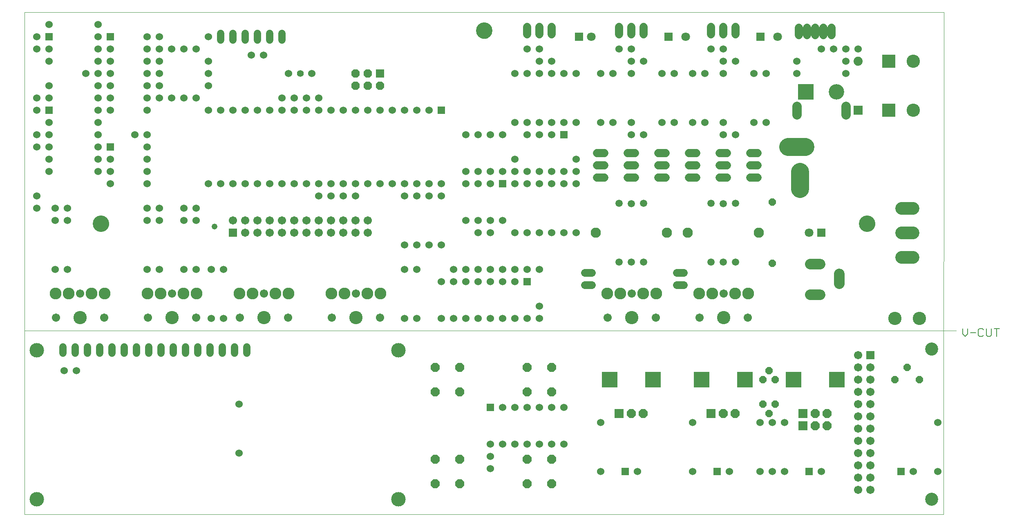
<source format=gbs>
G75*
%MOIN*%
%OFA0B0*%
%FSLAX24Y24*%
%IPPOS*%
%LPD*%
%AMOC8*
5,1,8,0,0,1.08239X$1,22.5*
%
%ADD10C,0.0000*%
%ADD11C,0.1340*%
%ADD12C,0.1064*%
%ADD13C,0.0060*%
%ADD14C,0.0600*%
%ADD15R,0.1080X0.1080*%
%ADD16C,0.1080*%
%ADD17C,0.0740*%
%ADD18R,0.0740X0.0740*%
%ADD19R,0.0600X0.0600*%
%ADD20C,0.1480*%
%ADD21C,0.0050*%
%ADD22C,0.0867*%
%ADD23C,0.0680*%
%ADD24OC8,0.0600*%
%ADD25C,0.0595*%
%ADD26C,0.1182*%
%ADD27C,0.0966*%
%ADD28C,0.0671*%
%ADD29C,0.1025*%
%ADD30R,0.0730X0.0730*%
%ADD31OC8,0.0730*%
%ADD32R,0.1307X0.1307*%
%ADD33OC8,0.0740*%
%ADD34C,0.0710*%
%ADD35R,0.0710X0.0710*%
%ADD36C,0.0592*%
%ADD37C,0.0828*%
%ADD38C,0.0640*%
%ADD39C,0.0780*%
%ADD40R,0.0674X0.0674*%
%ADD41C,0.0674*%
%ADD42C,0.0600*%
%ADD43OC8,0.0674*%
%ADD44C,0.0555*%
%ADD45C,0.1261*%
%ADD46R,0.1261X0.1261*%
%ADD47C,0.0476*%
D10*
X000500Y000250D02*
X000500Y015250D01*
X076500Y015250D01*
X074008Y013750D02*
X074010Y013794D01*
X074016Y013838D01*
X074026Y013881D01*
X074039Y013923D01*
X074057Y013963D01*
X074078Y014002D01*
X074102Y014039D01*
X074129Y014074D01*
X074160Y014106D01*
X074193Y014135D01*
X074229Y014161D01*
X074267Y014183D01*
X074307Y014202D01*
X074348Y014218D01*
X074391Y014230D01*
X074434Y014238D01*
X074478Y014242D01*
X074522Y014242D01*
X074566Y014238D01*
X074609Y014230D01*
X074652Y014218D01*
X074693Y014202D01*
X074733Y014183D01*
X074771Y014161D01*
X074807Y014135D01*
X074840Y014106D01*
X074871Y014074D01*
X074898Y014039D01*
X074922Y014002D01*
X074943Y013963D01*
X074961Y013923D01*
X074974Y013881D01*
X074984Y013838D01*
X074990Y013794D01*
X074992Y013750D01*
X074990Y013706D01*
X074984Y013662D01*
X074974Y013619D01*
X074961Y013577D01*
X074943Y013537D01*
X074922Y013498D01*
X074898Y013461D01*
X074871Y013426D01*
X074840Y013394D01*
X074807Y013365D01*
X074771Y013339D01*
X074733Y013317D01*
X074693Y013298D01*
X074652Y013282D01*
X074609Y013270D01*
X074566Y013262D01*
X074522Y013258D01*
X074478Y013258D01*
X074434Y013262D01*
X074391Y013270D01*
X074348Y013282D01*
X074307Y013298D01*
X074267Y013317D01*
X074229Y013339D01*
X074193Y013365D01*
X074160Y013394D01*
X074129Y013426D01*
X074102Y013461D01*
X074078Y013498D01*
X074057Y013537D01*
X074039Y013577D01*
X074026Y013619D01*
X074016Y013662D01*
X074010Y013706D01*
X074008Y013750D01*
X059213Y016313D02*
X059215Y016347D01*
X059221Y016381D01*
X059231Y016414D01*
X059244Y016445D01*
X059262Y016475D01*
X059282Y016503D01*
X059306Y016528D01*
X059332Y016550D01*
X059360Y016568D01*
X059391Y016584D01*
X059423Y016596D01*
X059457Y016604D01*
X059491Y016608D01*
X059525Y016608D01*
X059559Y016604D01*
X059593Y016596D01*
X059625Y016584D01*
X059655Y016568D01*
X059684Y016550D01*
X059710Y016528D01*
X059734Y016503D01*
X059754Y016475D01*
X059772Y016445D01*
X059785Y016414D01*
X059795Y016381D01*
X059801Y016347D01*
X059803Y016313D01*
X059801Y016279D01*
X059795Y016245D01*
X059785Y016212D01*
X059772Y016181D01*
X059754Y016151D01*
X059734Y016123D01*
X059710Y016098D01*
X059684Y016076D01*
X059656Y016058D01*
X059625Y016042D01*
X059593Y016030D01*
X059559Y016022D01*
X059525Y016018D01*
X059491Y016018D01*
X059457Y016022D01*
X059423Y016030D01*
X059391Y016042D01*
X059360Y016058D01*
X059332Y016076D01*
X059306Y016098D01*
X059282Y016123D01*
X059262Y016151D01*
X059244Y016181D01*
X059231Y016212D01*
X059221Y016245D01*
X059215Y016279D01*
X059213Y016313D01*
X055276Y016313D02*
X055278Y016347D01*
X055284Y016381D01*
X055294Y016414D01*
X055307Y016445D01*
X055325Y016475D01*
X055345Y016503D01*
X055369Y016528D01*
X055395Y016550D01*
X055423Y016568D01*
X055454Y016584D01*
X055486Y016596D01*
X055520Y016604D01*
X055554Y016608D01*
X055588Y016608D01*
X055622Y016604D01*
X055656Y016596D01*
X055688Y016584D01*
X055718Y016568D01*
X055747Y016550D01*
X055773Y016528D01*
X055797Y016503D01*
X055817Y016475D01*
X055835Y016445D01*
X055848Y016414D01*
X055858Y016381D01*
X055864Y016347D01*
X055866Y016313D01*
X055864Y016279D01*
X055858Y016245D01*
X055848Y016212D01*
X055835Y016181D01*
X055817Y016151D01*
X055797Y016123D01*
X055773Y016098D01*
X055747Y016076D01*
X055719Y016058D01*
X055688Y016042D01*
X055656Y016030D01*
X055622Y016022D01*
X055588Y016018D01*
X055554Y016018D01*
X055520Y016022D01*
X055486Y016030D01*
X055454Y016042D01*
X055423Y016058D01*
X055395Y016076D01*
X055369Y016098D01*
X055345Y016123D01*
X055325Y016151D01*
X055307Y016181D01*
X055294Y016212D01*
X055284Y016245D01*
X055278Y016279D01*
X055276Y016313D01*
X051713Y016313D02*
X051715Y016347D01*
X051721Y016381D01*
X051731Y016414D01*
X051744Y016445D01*
X051762Y016475D01*
X051782Y016503D01*
X051806Y016528D01*
X051832Y016550D01*
X051860Y016568D01*
X051891Y016584D01*
X051923Y016596D01*
X051957Y016604D01*
X051991Y016608D01*
X052025Y016608D01*
X052059Y016604D01*
X052093Y016596D01*
X052125Y016584D01*
X052155Y016568D01*
X052184Y016550D01*
X052210Y016528D01*
X052234Y016503D01*
X052254Y016475D01*
X052272Y016445D01*
X052285Y016414D01*
X052295Y016381D01*
X052301Y016347D01*
X052303Y016313D01*
X052301Y016279D01*
X052295Y016245D01*
X052285Y016212D01*
X052272Y016181D01*
X052254Y016151D01*
X052234Y016123D01*
X052210Y016098D01*
X052184Y016076D01*
X052156Y016058D01*
X052125Y016042D01*
X052093Y016030D01*
X052059Y016022D01*
X052025Y016018D01*
X051991Y016018D01*
X051957Y016022D01*
X051923Y016030D01*
X051891Y016042D01*
X051860Y016058D01*
X051832Y016076D01*
X051806Y016098D01*
X051782Y016123D01*
X051762Y016151D01*
X051744Y016181D01*
X051731Y016212D01*
X051721Y016245D01*
X051715Y016279D01*
X051713Y016313D01*
X049744Y018281D02*
X049746Y018315D01*
X049752Y018349D01*
X049762Y018382D01*
X049775Y018413D01*
X049793Y018443D01*
X049813Y018471D01*
X049837Y018496D01*
X049863Y018518D01*
X049891Y018536D01*
X049922Y018552D01*
X049954Y018564D01*
X049988Y018572D01*
X050022Y018576D01*
X050056Y018576D01*
X050090Y018572D01*
X050124Y018564D01*
X050156Y018552D01*
X050186Y018536D01*
X050215Y018518D01*
X050241Y018496D01*
X050265Y018471D01*
X050285Y018443D01*
X050303Y018413D01*
X050316Y018382D01*
X050326Y018349D01*
X050332Y018315D01*
X050334Y018281D01*
X050332Y018247D01*
X050326Y018213D01*
X050316Y018180D01*
X050303Y018149D01*
X050285Y018119D01*
X050265Y018091D01*
X050241Y018066D01*
X050215Y018044D01*
X050187Y018026D01*
X050156Y018010D01*
X050124Y017998D01*
X050090Y017990D01*
X050056Y017986D01*
X050022Y017986D01*
X049988Y017990D01*
X049954Y017998D01*
X049922Y018010D01*
X049891Y018026D01*
X049863Y018044D01*
X049837Y018066D01*
X049813Y018091D01*
X049793Y018119D01*
X049775Y018149D01*
X049762Y018180D01*
X049752Y018213D01*
X049746Y018247D01*
X049744Y018281D01*
X047776Y016313D02*
X047778Y016347D01*
X047784Y016381D01*
X047794Y016414D01*
X047807Y016445D01*
X047825Y016475D01*
X047845Y016503D01*
X047869Y016528D01*
X047895Y016550D01*
X047923Y016568D01*
X047954Y016584D01*
X047986Y016596D01*
X048020Y016604D01*
X048054Y016608D01*
X048088Y016608D01*
X048122Y016604D01*
X048156Y016596D01*
X048188Y016584D01*
X048218Y016568D01*
X048247Y016550D01*
X048273Y016528D01*
X048297Y016503D01*
X048317Y016475D01*
X048335Y016445D01*
X048348Y016414D01*
X048358Y016381D01*
X048364Y016347D01*
X048366Y016313D01*
X048364Y016279D01*
X048358Y016245D01*
X048348Y016212D01*
X048335Y016181D01*
X048317Y016151D01*
X048297Y016123D01*
X048273Y016098D01*
X048247Y016076D01*
X048219Y016058D01*
X048188Y016042D01*
X048156Y016030D01*
X048122Y016022D01*
X048088Y016018D01*
X048054Y016018D01*
X048020Y016022D01*
X047986Y016030D01*
X047954Y016042D01*
X047923Y016058D01*
X047895Y016076D01*
X047869Y016098D01*
X047845Y016123D01*
X047825Y016151D01*
X047807Y016181D01*
X047794Y016212D01*
X047784Y016245D01*
X047778Y016279D01*
X047776Y016313D01*
X057244Y018281D02*
X057246Y018315D01*
X057252Y018349D01*
X057262Y018382D01*
X057275Y018413D01*
X057293Y018443D01*
X057313Y018471D01*
X057337Y018496D01*
X057363Y018518D01*
X057391Y018536D01*
X057422Y018552D01*
X057454Y018564D01*
X057488Y018572D01*
X057522Y018576D01*
X057556Y018576D01*
X057590Y018572D01*
X057624Y018564D01*
X057656Y018552D01*
X057686Y018536D01*
X057715Y018518D01*
X057741Y018496D01*
X057765Y018471D01*
X057785Y018443D01*
X057803Y018413D01*
X057816Y018382D01*
X057826Y018349D01*
X057832Y018315D01*
X057834Y018281D01*
X057832Y018247D01*
X057826Y018213D01*
X057816Y018180D01*
X057803Y018149D01*
X057785Y018119D01*
X057765Y018091D01*
X057741Y018066D01*
X057715Y018044D01*
X057687Y018026D01*
X057656Y018010D01*
X057624Y017998D01*
X057590Y017990D01*
X057556Y017986D01*
X057522Y017986D01*
X057488Y017990D01*
X057454Y017998D01*
X057422Y018010D01*
X057391Y018026D01*
X057363Y018044D01*
X057337Y018066D01*
X057313Y018091D01*
X057293Y018119D01*
X057275Y018149D01*
X057262Y018180D01*
X057252Y018213D01*
X057246Y018247D01*
X057244Y018281D01*
X054231Y023250D02*
X054233Y023288D01*
X054239Y023327D01*
X054249Y023364D01*
X054262Y023400D01*
X054280Y023434D01*
X054300Y023467D01*
X054324Y023497D01*
X054351Y023524D01*
X054381Y023549D01*
X054412Y023571D01*
X054446Y023589D01*
X054482Y023603D01*
X054519Y023614D01*
X054557Y023621D01*
X054595Y023624D01*
X054634Y023623D01*
X054672Y023618D01*
X054710Y023609D01*
X054746Y023596D01*
X054781Y023580D01*
X054814Y023560D01*
X054845Y023537D01*
X054873Y023511D01*
X054898Y023482D01*
X054921Y023451D01*
X054940Y023417D01*
X054955Y023382D01*
X054967Y023345D01*
X054975Y023308D01*
X054979Y023269D01*
X054979Y023231D01*
X054975Y023192D01*
X054967Y023155D01*
X054955Y023118D01*
X054940Y023083D01*
X054921Y023049D01*
X054898Y023018D01*
X054873Y022989D01*
X054845Y022963D01*
X054814Y022940D01*
X054781Y022920D01*
X054746Y022904D01*
X054710Y022891D01*
X054672Y022882D01*
X054634Y022877D01*
X054595Y022876D01*
X054557Y022879D01*
X054519Y022886D01*
X054482Y022897D01*
X054446Y022911D01*
X054412Y022929D01*
X054381Y022951D01*
X054351Y022976D01*
X054324Y023003D01*
X054300Y023033D01*
X054280Y023066D01*
X054262Y023100D01*
X054249Y023136D01*
X054239Y023173D01*
X054233Y023212D01*
X054231Y023250D01*
X052521Y023250D02*
X052523Y023288D01*
X052529Y023327D01*
X052539Y023364D01*
X052552Y023400D01*
X052570Y023434D01*
X052590Y023467D01*
X052614Y023497D01*
X052641Y023524D01*
X052671Y023549D01*
X052702Y023571D01*
X052736Y023589D01*
X052772Y023603D01*
X052809Y023614D01*
X052847Y023621D01*
X052885Y023624D01*
X052924Y023623D01*
X052962Y023618D01*
X053000Y023609D01*
X053036Y023596D01*
X053071Y023580D01*
X053104Y023560D01*
X053135Y023537D01*
X053163Y023511D01*
X053188Y023482D01*
X053211Y023451D01*
X053230Y023417D01*
X053245Y023382D01*
X053257Y023345D01*
X053265Y023308D01*
X053269Y023269D01*
X053269Y023231D01*
X053265Y023192D01*
X053257Y023155D01*
X053245Y023118D01*
X053230Y023083D01*
X053211Y023049D01*
X053188Y023018D01*
X053163Y022989D01*
X053135Y022963D01*
X053104Y022940D01*
X053071Y022920D01*
X053036Y022904D01*
X053000Y022891D01*
X052962Y022882D01*
X052924Y022877D01*
X052885Y022876D01*
X052847Y022879D01*
X052809Y022886D01*
X052772Y022897D01*
X052736Y022911D01*
X052702Y022929D01*
X052671Y022951D01*
X052641Y022976D01*
X052614Y023003D01*
X052590Y023033D01*
X052570Y023066D01*
X052552Y023100D01*
X052539Y023136D01*
X052529Y023173D01*
X052523Y023212D01*
X052521Y023250D01*
X046731Y023250D02*
X046733Y023288D01*
X046739Y023327D01*
X046749Y023364D01*
X046762Y023400D01*
X046780Y023434D01*
X046800Y023467D01*
X046824Y023497D01*
X046851Y023524D01*
X046881Y023549D01*
X046912Y023571D01*
X046946Y023589D01*
X046982Y023603D01*
X047019Y023614D01*
X047057Y023621D01*
X047095Y023624D01*
X047134Y023623D01*
X047172Y023618D01*
X047210Y023609D01*
X047246Y023596D01*
X047281Y023580D01*
X047314Y023560D01*
X047345Y023537D01*
X047373Y023511D01*
X047398Y023482D01*
X047421Y023451D01*
X047440Y023417D01*
X047455Y023382D01*
X047467Y023345D01*
X047475Y023308D01*
X047479Y023269D01*
X047479Y023231D01*
X047475Y023192D01*
X047467Y023155D01*
X047455Y023118D01*
X047440Y023083D01*
X047421Y023049D01*
X047398Y023018D01*
X047373Y022989D01*
X047345Y022963D01*
X047314Y022940D01*
X047281Y022920D01*
X047246Y022904D01*
X047210Y022891D01*
X047172Y022882D01*
X047134Y022877D01*
X047095Y022876D01*
X047057Y022879D01*
X047019Y022886D01*
X046982Y022897D01*
X046946Y022911D01*
X046912Y022929D01*
X046881Y022951D01*
X046851Y022976D01*
X046824Y023003D01*
X046800Y023033D01*
X046780Y023066D01*
X046762Y023100D01*
X046749Y023136D01*
X046739Y023173D01*
X046733Y023212D01*
X046731Y023250D01*
X060021Y023250D02*
X060023Y023288D01*
X060029Y023327D01*
X060039Y023364D01*
X060052Y023400D01*
X060070Y023434D01*
X060090Y023467D01*
X060114Y023497D01*
X060141Y023524D01*
X060171Y023549D01*
X060202Y023571D01*
X060236Y023589D01*
X060272Y023603D01*
X060309Y023614D01*
X060347Y023621D01*
X060385Y023624D01*
X060424Y023623D01*
X060462Y023618D01*
X060500Y023609D01*
X060536Y023596D01*
X060571Y023580D01*
X060604Y023560D01*
X060635Y023537D01*
X060663Y023511D01*
X060688Y023482D01*
X060711Y023451D01*
X060730Y023417D01*
X060745Y023382D01*
X060757Y023345D01*
X060765Y023308D01*
X060769Y023269D01*
X060769Y023231D01*
X060765Y023192D01*
X060757Y023155D01*
X060745Y023118D01*
X060730Y023083D01*
X060711Y023049D01*
X060688Y023018D01*
X060663Y022989D01*
X060635Y022963D01*
X060604Y022940D01*
X060571Y022920D01*
X060536Y022904D01*
X060500Y022891D01*
X060462Y022882D01*
X060424Y022877D01*
X060385Y022876D01*
X060347Y022879D01*
X060309Y022886D01*
X060272Y022897D01*
X060236Y022911D01*
X060202Y022929D01*
X060171Y022951D01*
X060141Y022976D01*
X060114Y023003D01*
X060090Y023033D01*
X060070Y023066D01*
X060052Y023100D01*
X060039Y023136D01*
X060029Y023173D01*
X060023Y023212D01*
X060021Y023250D01*
X068620Y024000D02*
X068622Y024050D01*
X068628Y024100D01*
X068638Y024149D01*
X068652Y024197D01*
X068669Y024244D01*
X068690Y024289D01*
X068715Y024333D01*
X068743Y024374D01*
X068775Y024413D01*
X068809Y024450D01*
X068846Y024484D01*
X068886Y024514D01*
X068928Y024541D01*
X068972Y024565D01*
X069018Y024586D01*
X069065Y024602D01*
X069113Y024615D01*
X069163Y024624D01*
X069212Y024629D01*
X069263Y024630D01*
X069313Y024627D01*
X069362Y024620D01*
X069411Y024609D01*
X069459Y024594D01*
X069505Y024576D01*
X069550Y024554D01*
X069593Y024528D01*
X069634Y024499D01*
X069673Y024467D01*
X069709Y024432D01*
X069741Y024394D01*
X069771Y024354D01*
X069798Y024311D01*
X069821Y024267D01*
X069840Y024221D01*
X069856Y024173D01*
X069868Y024124D01*
X069876Y024075D01*
X069880Y024025D01*
X069880Y023975D01*
X069876Y023925D01*
X069868Y023876D01*
X069856Y023827D01*
X069840Y023779D01*
X069821Y023733D01*
X069798Y023689D01*
X069771Y023646D01*
X069741Y023606D01*
X069709Y023568D01*
X069673Y023533D01*
X069634Y023501D01*
X069593Y023472D01*
X069550Y023446D01*
X069505Y023424D01*
X069459Y023406D01*
X069411Y023391D01*
X069362Y023380D01*
X069313Y023373D01*
X069263Y023370D01*
X069212Y023371D01*
X069163Y023376D01*
X069113Y023385D01*
X069065Y023398D01*
X069018Y023414D01*
X068972Y023435D01*
X068928Y023459D01*
X068886Y023486D01*
X068846Y023516D01*
X068809Y023550D01*
X068775Y023587D01*
X068743Y023626D01*
X068715Y023667D01*
X068690Y023711D01*
X068669Y023756D01*
X068652Y023803D01*
X068638Y023851D01*
X068628Y023900D01*
X068622Y023950D01*
X068620Y024000D01*
X037370Y039750D02*
X037372Y039800D01*
X037378Y039850D01*
X037388Y039899D01*
X037402Y039947D01*
X037419Y039994D01*
X037440Y040039D01*
X037465Y040083D01*
X037493Y040124D01*
X037525Y040163D01*
X037559Y040200D01*
X037596Y040234D01*
X037636Y040264D01*
X037678Y040291D01*
X037722Y040315D01*
X037768Y040336D01*
X037815Y040352D01*
X037863Y040365D01*
X037913Y040374D01*
X037962Y040379D01*
X038013Y040380D01*
X038063Y040377D01*
X038112Y040370D01*
X038161Y040359D01*
X038209Y040344D01*
X038255Y040326D01*
X038300Y040304D01*
X038343Y040278D01*
X038384Y040249D01*
X038423Y040217D01*
X038459Y040182D01*
X038491Y040144D01*
X038521Y040104D01*
X038548Y040061D01*
X038571Y040017D01*
X038590Y039971D01*
X038606Y039923D01*
X038618Y039874D01*
X038626Y039825D01*
X038630Y039775D01*
X038630Y039725D01*
X038626Y039675D01*
X038618Y039626D01*
X038606Y039577D01*
X038590Y039529D01*
X038571Y039483D01*
X038548Y039439D01*
X038521Y039396D01*
X038491Y039356D01*
X038459Y039318D01*
X038423Y039283D01*
X038384Y039251D01*
X038343Y039222D01*
X038300Y039196D01*
X038255Y039174D01*
X038209Y039156D01*
X038161Y039141D01*
X038112Y039130D01*
X038063Y039123D01*
X038013Y039120D01*
X037962Y039121D01*
X037913Y039126D01*
X037863Y039135D01*
X037815Y039148D01*
X037768Y039164D01*
X037722Y039185D01*
X037678Y039209D01*
X037636Y039236D01*
X037596Y039266D01*
X037559Y039300D01*
X037525Y039337D01*
X037493Y039376D01*
X037465Y039417D01*
X037440Y039461D01*
X037419Y039506D01*
X037402Y039553D01*
X037388Y039601D01*
X037378Y039650D01*
X037372Y039700D01*
X037370Y039750D01*
X006120Y024000D02*
X006122Y024050D01*
X006128Y024100D01*
X006138Y024149D01*
X006152Y024197D01*
X006169Y024244D01*
X006190Y024289D01*
X006215Y024333D01*
X006243Y024374D01*
X006275Y024413D01*
X006309Y024450D01*
X006346Y024484D01*
X006386Y024514D01*
X006428Y024541D01*
X006472Y024565D01*
X006518Y024586D01*
X006565Y024602D01*
X006613Y024615D01*
X006663Y024624D01*
X006712Y024629D01*
X006763Y024630D01*
X006813Y024627D01*
X006862Y024620D01*
X006911Y024609D01*
X006959Y024594D01*
X007005Y024576D01*
X007050Y024554D01*
X007093Y024528D01*
X007134Y024499D01*
X007173Y024467D01*
X007209Y024432D01*
X007241Y024394D01*
X007271Y024354D01*
X007298Y024311D01*
X007321Y024267D01*
X007340Y024221D01*
X007356Y024173D01*
X007368Y024124D01*
X007376Y024075D01*
X007380Y024025D01*
X007380Y023975D01*
X007376Y023925D01*
X007368Y023876D01*
X007356Y023827D01*
X007340Y023779D01*
X007321Y023733D01*
X007298Y023689D01*
X007271Y023646D01*
X007241Y023606D01*
X007209Y023568D01*
X007173Y023533D01*
X007134Y023501D01*
X007093Y023472D01*
X007050Y023446D01*
X007005Y023424D01*
X006959Y023406D01*
X006911Y023391D01*
X006862Y023380D01*
X006813Y023373D01*
X006763Y023370D01*
X006712Y023371D01*
X006663Y023376D01*
X006613Y023385D01*
X006565Y023398D01*
X006518Y023414D01*
X006472Y023435D01*
X006428Y023459D01*
X006386Y023486D01*
X006346Y023516D01*
X006309Y023550D01*
X006275Y023587D01*
X006243Y023626D01*
X006215Y023667D01*
X006190Y023711D01*
X006169Y023756D01*
X006152Y023803D01*
X006138Y023851D01*
X006128Y023900D01*
X006122Y023950D01*
X006120Y024000D01*
X004744Y018281D02*
X004746Y018315D01*
X004752Y018349D01*
X004762Y018382D01*
X004775Y018413D01*
X004793Y018443D01*
X004813Y018471D01*
X004837Y018496D01*
X004863Y018518D01*
X004891Y018536D01*
X004922Y018552D01*
X004954Y018564D01*
X004988Y018572D01*
X005022Y018576D01*
X005056Y018576D01*
X005090Y018572D01*
X005124Y018564D01*
X005156Y018552D01*
X005186Y018536D01*
X005215Y018518D01*
X005241Y018496D01*
X005265Y018471D01*
X005285Y018443D01*
X005303Y018413D01*
X005316Y018382D01*
X005326Y018349D01*
X005332Y018315D01*
X005334Y018281D01*
X005332Y018247D01*
X005326Y018213D01*
X005316Y018180D01*
X005303Y018149D01*
X005285Y018119D01*
X005265Y018091D01*
X005241Y018066D01*
X005215Y018044D01*
X005187Y018026D01*
X005156Y018010D01*
X005124Y017998D01*
X005090Y017990D01*
X005056Y017986D01*
X005022Y017986D01*
X004988Y017990D01*
X004954Y017998D01*
X004922Y018010D01*
X004891Y018026D01*
X004863Y018044D01*
X004837Y018066D01*
X004813Y018091D01*
X004793Y018119D01*
X004775Y018149D01*
X004762Y018180D01*
X004752Y018213D01*
X004746Y018247D01*
X004744Y018281D01*
X002776Y016313D02*
X002778Y016347D01*
X002784Y016381D01*
X002794Y016414D01*
X002807Y016445D01*
X002825Y016475D01*
X002845Y016503D01*
X002869Y016528D01*
X002895Y016550D01*
X002923Y016568D01*
X002954Y016584D01*
X002986Y016596D01*
X003020Y016604D01*
X003054Y016608D01*
X003088Y016608D01*
X003122Y016604D01*
X003156Y016596D01*
X003188Y016584D01*
X003218Y016568D01*
X003247Y016550D01*
X003273Y016528D01*
X003297Y016503D01*
X003317Y016475D01*
X003335Y016445D01*
X003348Y016414D01*
X003358Y016381D01*
X003364Y016347D01*
X003366Y016313D01*
X003364Y016279D01*
X003358Y016245D01*
X003348Y016212D01*
X003335Y016181D01*
X003317Y016151D01*
X003297Y016123D01*
X003273Y016098D01*
X003247Y016076D01*
X003219Y016058D01*
X003188Y016042D01*
X003156Y016030D01*
X003122Y016022D01*
X003088Y016018D01*
X003054Y016018D01*
X003020Y016022D01*
X002986Y016030D01*
X002954Y016042D01*
X002923Y016058D01*
X002895Y016076D01*
X002869Y016098D01*
X002845Y016123D01*
X002825Y016151D01*
X002807Y016181D01*
X002794Y016212D01*
X002784Y016245D01*
X002778Y016279D01*
X002776Y016313D01*
X000500Y015250D02*
X000500Y041250D01*
X075500Y041250D01*
X075492Y000250D01*
X000500Y000250D01*
X000949Y001500D02*
X000951Y001547D01*
X000957Y001593D01*
X000967Y001639D01*
X000980Y001684D01*
X000998Y001727D01*
X001019Y001769D01*
X001043Y001809D01*
X001071Y001846D01*
X001102Y001881D01*
X001136Y001914D01*
X001172Y001943D01*
X001211Y001969D01*
X001252Y001992D01*
X001295Y002011D01*
X001339Y002027D01*
X001384Y002039D01*
X001430Y002047D01*
X001477Y002051D01*
X001523Y002051D01*
X001570Y002047D01*
X001616Y002039D01*
X001661Y002027D01*
X001705Y002011D01*
X001748Y001992D01*
X001789Y001969D01*
X001828Y001943D01*
X001864Y001914D01*
X001898Y001881D01*
X001929Y001846D01*
X001957Y001809D01*
X001981Y001769D01*
X002002Y001727D01*
X002020Y001684D01*
X002033Y001639D01*
X002043Y001593D01*
X002049Y001547D01*
X002051Y001500D01*
X002049Y001453D01*
X002043Y001407D01*
X002033Y001361D01*
X002020Y001316D01*
X002002Y001273D01*
X001981Y001231D01*
X001957Y001191D01*
X001929Y001154D01*
X001898Y001119D01*
X001864Y001086D01*
X001828Y001057D01*
X001789Y001031D01*
X001748Y001008D01*
X001705Y000989D01*
X001661Y000973D01*
X001616Y000961D01*
X001570Y000953D01*
X001523Y000949D01*
X001477Y000949D01*
X001430Y000953D01*
X001384Y000961D01*
X001339Y000973D01*
X001295Y000989D01*
X001252Y001008D01*
X001211Y001031D01*
X001172Y001057D01*
X001136Y001086D01*
X001102Y001119D01*
X001071Y001154D01*
X001043Y001191D01*
X001019Y001231D01*
X000998Y001273D01*
X000980Y001316D01*
X000967Y001361D01*
X000957Y001407D01*
X000951Y001453D01*
X000949Y001500D01*
X000949Y013673D02*
X000951Y013720D01*
X000957Y013766D01*
X000967Y013812D01*
X000980Y013857D01*
X000998Y013900D01*
X001019Y013942D01*
X001043Y013982D01*
X001071Y014019D01*
X001102Y014054D01*
X001136Y014087D01*
X001172Y014116D01*
X001211Y014142D01*
X001252Y014165D01*
X001295Y014184D01*
X001339Y014200D01*
X001384Y014212D01*
X001430Y014220D01*
X001477Y014224D01*
X001523Y014224D01*
X001570Y014220D01*
X001616Y014212D01*
X001661Y014200D01*
X001705Y014184D01*
X001748Y014165D01*
X001789Y014142D01*
X001828Y014116D01*
X001864Y014087D01*
X001898Y014054D01*
X001929Y014019D01*
X001957Y013982D01*
X001981Y013942D01*
X002002Y013900D01*
X002020Y013857D01*
X002033Y013812D01*
X002043Y013766D01*
X002049Y013720D01*
X002051Y013673D01*
X002049Y013626D01*
X002043Y013580D01*
X002033Y013534D01*
X002020Y013489D01*
X002002Y013446D01*
X001981Y013404D01*
X001957Y013364D01*
X001929Y013327D01*
X001898Y013292D01*
X001864Y013259D01*
X001828Y013230D01*
X001789Y013204D01*
X001748Y013181D01*
X001705Y013162D01*
X001661Y013146D01*
X001616Y013134D01*
X001570Y013126D01*
X001523Y013122D01*
X001477Y013122D01*
X001430Y013126D01*
X001384Y013134D01*
X001339Y013146D01*
X001295Y013162D01*
X001252Y013181D01*
X001211Y013204D01*
X001172Y013230D01*
X001136Y013259D01*
X001102Y013292D01*
X001071Y013327D01*
X001043Y013364D01*
X001019Y013404D01*
X000998Y013446D01*
X000980Y013489D01*
X000967Y013534D01*
X000957Y013580D01*
X000951Y013626D01*
X000949Y013673D01*
X006713Y016313D02*
X006715Y016347D01*
X006721Y016381D01*
X006731Y016414D01*
X006744Y016445D01*
X006762Y016475D01*
X006782Y016503D01*
X006806Y016528D01*
X006832Y016550D01*
X006860Y016568D01*
X006891Y016584D01*
X006923Y016596D01*
X006957Y016604D01*
X006991Y016608D01*
X007025Y016608D01*
X007059Y016604D01*
X007093Y016596D01*
X007125Y016584D01*
X007155Y016568D01*
X007184Y016550D01*
X007210Y016528D01*
X007234Y016503D01*
X007254Y016475D01*
X007272Y016445D01*
X007285Y016414D01*
X007295Y016381D01*
X007301Y016347D01*
X007303Y016313D01*
X007301Y016279D01*
X007295Y016245D01*
X007285Y016212D01*
X007272Y016181D01*
X007254Y016151D01*
X007234Y016123D01*
X007210Y016098D01*
X007184Y016076D01*
X007156Y016058D01*
X007125Y016042D01*
X007093Y016030D01*
X007059Y016022D01*
X007025Y016018D01*
X006991Y016018D01*
X006957Y016022D01*
X006923Y016030D01*
X006891Y016042D01*
X006860Y016058D01*
X006832Y016076D01*
X006806Y016098D01*
X006782Y016123D01*
X006762Y016151D01*
X006744Y016181D01*
X006731Y016212D01*
X006721Y016245D01*
X006715Y016279D01*
X006713Y016313D01*
X010276Y016313D02*
X010278Y016347D01*
X010284Y016381D01*
X010294Y016414D01*
X010307Y016445D01*
X010325Y016475D01*
X010345Y016503D01*
X010369Y016528D01*
X010395Y016550D01*
X010423Y016568D01*
X010454Y016584D01*
X010486Y016596D01*
X010520Y016604D01*
X010554Y016608D01*
X010588Y016608D01*
X010622Y016604D01*
X010656Y016596D01*
X010688Y016584D01*
X010718Y016568D01*
X010747Y016550D01*
X010773Y016528D01*
X010797Y016503D01*
X010817Y016475D01*
X010835Y016445D01*
X010848Y016414D01*
X010858Y016381D01*
X010864Y016347D01*
X010866Y016313D01*
X010864Y016279D01*
X010858Y016245D01*
X010848Y016212D01*
X010835Y016181D01*
X010817Y016151D01*
X010797Y016123D01*
X010773Y016098D01*
X010747Y016076D01*
X010719Y016058D01*
X010688Y016042D01*
X010656Y016030D01*
X010622Y016022D01*
X010588Y016018D01*
X010554Y016018D01*
X010520Y016022D01*
X010486Y016030D01*
X010454Y016042D01*
X010423Y016058D01*
X010395Y016076D01*
X010369Y016098D01*
X010345Y016123D01*
X010325Y016151D01*
X010307Y016181D01*
X010294Y016212D01*
X010284Y016245D01*
X010278Y016279D01*
X010276Y016313D01*
X012244Y018281D02*
X012246Y018315D01*
X012252Y018349D01*
X012262Y018382D01*
X012275Y018413D01*
X012293Y018443D01*
X012313Y018471D01*
X012337Y018496D01*
X012363Y018518D01*
X012391Y018536D01*
X012422Y018552D01*
X012454Y018564D01*
X012488Y018572D01*
X012522Y018576D01*
X012556Y018576D01*
X012590Y018572D01*
X012624Y018564D01*
X012656Y018552D01*
X012686Y018536D01*
X012715Y018518D01*
X012741Y018496D01*
X012765Y018471D01*
X012785Y018443D01*
X012803Y018413D01*
X012816Y018382D01*
X012826Y018349D01*
X012832Y018315D01*
X012834Y018281D01*
X012832Y018247D01*
X012826Y018213D01*
X012816Y018180D01*
X012803Y018149D01*
X012785Y018119D01*
X012765Y018091D01*
X012741Y018066D01*
X012715Y018044D01*
X012687Y018026D01*
X012656Y018010D01*
X012624Y017998D01*
X012590Y017990D01*
X012556Y017986D01*
X012522Y017986D01*
X012488Y017990D01*
X012454Y017998D01*
X012422Y018010D01*
X012391Y018026D01*
X012363Y018044D01*
X012337Y018066D01*
X012313Y018091D01*
X012293Y018119D01*
X012275Y018149D01*
X012262Y018180D01*
X012252Y018213D01*
X012246Y018247D01*
X012244Y018281D01*
X014213Y016313D02*
X014215Y016347D01*
X014221Y016381D01*
X014231Y016414D01*
X014244Y016445D01*
X014262Y016475D01*
X014282Y016503D01*
X014306Y016528D01*
X014332Y016550D01*
X014360Y016568D01*
X014391Y016584D01*
X014423Y016596D01*
X014457Y016604D01*
X014491Y016608D01*
X014525Y016608D01*
X014559Y016604D01*
X014593Y016596D01*
X014625Y016584D01*
X014655Y016568D01*
X014684Y016550D01*
X014710Y016528D01*
X014734Y016503D01*
X014754Y016475D01*
X014772Y016445D01*
X014785Y016414D01*
X014795Y016381D01*
X014801Y016347D01*
X014803Y016313D01*
X014801Y016279D01*
X014795Y016245D01*
X014785Y016212D01*
X014772Y016181D01*
X014754Y016151D01*
X014734Y016123D01*
X014710Y016098D01*
X014684Y016076D01*
X014656Y016058D01*
X014625Y016042D01*
X014593Y016030D01*
X014559Y016022D01*
X014525Y016018D01*
X014491Y016018D01*
X014457Y016022D01*
X014423Y016030D01*
X014391Y016042D01*
X014360Y016058D01*
X014332Y016076D01*
X014306Y016098D01*
X014282Y016123D01*
X014262Y016151D01*
X014244Y016181D01*
X014231Y016212D01*
X014221Y016245D01*
X014215Y016279D01*
X014213Y016313D01*
X017776Y016313D02*
X017778Y016347D01*
X017784Y016381D01*
X017794Y016414D01*
X017807Y016445D01*
X017825Y016475D01*
X017845Y016503D01*
X017869Y016528D01*
X017895Y016550D01*
X017923Y016568D01*
X017954Y016584D01*
X017986Y016596D01*
X018020Y016604D01*
X018054Y016608D01*
X018088Y016608D01*
X018122Y016604D01*
X018156Y016596D01*
X018188Y016584D01*
X018218Y016568D01*
X018247Y016550D01*
X018273Y016528D01*
X018297Y016503D01*
X018317Y016475D01*
X018335Y016445D01*
X018348Y016414D01*
X018358Y016381D01*
X018364Y016347D01*
X018366Y016313D01*
X018364Y016279D01*
X018358Y016245D01*
X018348Y016212D01*
X018335Y016181D01*
X018317Y016151D01*
X018297Y016123D01*
X018273Y016098D01*
X018247Y016076D01*
X018219Y016058D01*
X018188Y016042D01*
X018156Y016030D01*
X018122Y016022D01*
X018088Y016018D01*
X018054Y016018D01*
X018020Y016022D01*
X017986Y016030D01*
X017954Y016042D01*
X017923Y016058D01*
X017895Y016076D01*
X017869Y016098D01*
X017845Y016123D01*
X017825Y016151D01*
X017807Y016181D01*
X017794Y016212D01*
X017784Y016245D01*
X017778Y016279D01*
X017776Y016313D01*
X019744Y018281D02*
X019746Y018315D01*
X019752Y018349D01*
X019762Y018382D01*
X019775Y018413D01*
X019793Y018443D01*
X019813Y018471D01*
X019837Y018496D01*
X019863Y018518D01*
X019891Y018536D01*
X019922Y018552D01*
X019954Y018564D01*
X019988Y018572D01*
X020022Y018576D01*
X020056Y018576D01*
X020090Y018572D01*
X020124Y018564D01*
X020156Y018552D01*
X020186Y018536D01*
X020215Y018518D01*
X020241Y018496D01*
X020265Y018471D01*
X020285Y018443D01*
X020303Y018413D01*
X020316Y018382D01*
X020326Y018349D01*
X020332Y018315D01*
X020334Y018281D01*
X020332Y018247D01*
X020326Y018213D01*
X020316Y018180D01*
X020303Y018149D01*
X020285Y018119D01*
X020265Y018091D01*
X020241Y018066D01*
X020215Y018044D01*
X020187Y018026D01*
X020156Y018010D01*
X020124Y017998D01*
X020090Y017990D01*
X020056Y017986D01*
X020022Y017986D01*
X019988Y017990D01*
X019954Y017998D01*
X019922Y018010D01*
X019891Y018026D01*
X019863Y018044D01*
X019837Y018066D01*
X019813Y018091D01*
X019793Y018119D01*
X019775Y018149D01*
X019762Y018180D01*
X019752Y018213D01*
X019746Y018247D01*
X019744Y018281D01*
X021713Y016313D02*
X021715Y016347D01*
X021721Y016381D01*
X021731Y016414D01*
X021744Y016445D01*
X021762Y016475D01*
X021782Y016503D01*
X021806Y016528D01*
X021832Y016550D01*
X021860Y016568D01*
X021891Y016584D01*
X021923Y016596D01*
X021957Y016604D01*
X021991Y016608D01*
X022025Y016608D01*
X022059Y016604D01*
X022093Y016596D01*
X022125Y016584D01*
X022155Y016568D01*
X022184Y016550D01*
X022210Y016528D01*
X022234Y016503D01*
X022254Y016475D01*
X022272Y016445D01*
X022285Y016414D01*
X022295Y016381D01*
X022301Y016347D01*
X022303Y016313D01*
X022301Y016279D01*
X022295Y016245D01*
X022285Y016212D01*
X022272Y016181D01*
X022254Y016151D01*
X022234Y016123D01*
X022210Y016098D01*
X022184Y016076D01*
X022156Y016058D01*
X022125Y016042D01*
X022093Y016030D01*
X022059Y016022D01*
X022025Y016018D01*
X021991Y016018D01*
X021957Y016022D01*
X021923Y016030D01*
X021891Y016042D01*
X021860Y016058D01*
X021832Y016076D01*
X021806Y016098D01*
X021782Y016123D01*
X021762Y016151D01*
X021744Y016181D01*
X021731Y016212D01*
X021721Y016245D01*
X021715Y016279D01*
X021713Y016313D01*
X025276Y016313D02*
X025278Y016347D01*
X025284Y016381D01*
X025294Y016414D01*
X025307Y016445D01*
X025325Y016475D01*
X025345Y016503D01*
X025369Y016528D01*
X025395Y016550D01*
X025423Y016568D01*
X025454Y016584D01*
X025486Y016596D01*
X025520Y016604D01*
X025554Y016608D01*
X025588Y016608D01*
X025622Y016604D01*
X025656Y016596D01*
X025688Y016584D01*
X025718Y016568D01*
X025747Y016550D01*
X025773Y016528D01*
X025797Y016503D01*
X025817Y016475D01*
X025835Y016445D01*
X025848Y016414D01*
X025858Y016381D01*
X025864Y016347D01*
X025866Y016313D01*
X025864Y016279D01*
X025858Y016245D01*
X025848Y016212D01*
X025835Y016181D01*
X025817Y016151D01*
X025797Y016123D01*
X025773Y016098D01*
X025747Y016076D01*
X025719Y016058D01*
X025688Y016042D01*
X025656Y016030D01*
X025622Y016022D01*
X025588Y016018D01*
X025554Y016018D01*
X025520Y016022D01*
X025486Y016030D01*
X025454Y016042D01*
X025423Y016058D01*
X025395Y016076D01*
X025369Y016098D01*
X025345Y016123D01*
X025325Y016151D01*
X025307Y016181D01*
X025294Y016212D01*
X025284Y016245D01*
X025278Y016279D01*
X025276Y016313D01*
X027244Y018281D02*
X027246Y018315D01*
X027252Y018349D01*
X027262Y018382D01*
X027275Y018413D01*
X027293Y018443D01*
X027313Y018471D01*
X027337Y018496D01*
X027363Y018518D01*
X027391Y018536D01*
X027422Y018552D01*
X027454Y018564D01*
X027488Y018572D01*
X027522Y018576D01*
X027556Y018576D01*
X027590Y018572D01*
X027624Y018564D01*
X027656Y018552D01*
X027686Y018536D01*
X027715Y018518D01*
X027741Y018496D01*
X027765Y018471D01*
X027785Y018443D01*
X027803Y018413D01*
X027816Y018382D01*
X027826Y018349D01*
X027832Y018315D01*
X027834Y018281D01*
X027832Y018247D01*
X027826Y018213D01*
X027816Y018180D01*
X027803Y018149D01*
X027785Y018119D01*
X027765Y018091D01*
X027741Y018066D01*
X027715Y018044D01*
X027687Y018026D01*
X027656Y018010D01*
X027624Y017998D01*
X027590Y017990D01*
X027556Y017986D01*
X027522Y017986D01*
X027488Y017990D01*
X027454Y017998D01*
X027422Y018010D01*
X027391Y018026D01*
X027363Y018044D01*
X027337Y018066D01*
X027313Y018091D01*
X027293Y018119D01*
X027275Y018149D01*
X027262Y018180D01*
X027252Y018213D01*
X027246Y018247D01*
X027244Y018281D01*
X029213Y016313D02*
X029215Y016347D01*
X029221Y016381D01*
X029231Y016414D01*
X029244Y016445D01*
X029262Y016475D01*
X029282Y016503D01*
X029306Y016528D01*
X029332Y016550D01*
X029360Y016568D01*
X029391Y016584D01*
X029423Y016596D01*
X029457Y016604D01*
X029491Y016608D01*
X029525Y016608D01*
X029559Y016604D01*
X029593Y016596D01*
X029625Y016584D01*
X029655Y016568D01*
X029684Y016550D01*
X029710Y016528D01*
X029734Y016503D01*
X029754Y016475D01*
X029772Y016445D01*
X029785Y016414D01*
X029795Y016381D01*
X029801Y016347D01*
X029803Y016313D01*
X029801Y016279D01*
X029795Y016245D01*
X029785Y016212D01*
X029772Y016181D01*
X029754Y016151D01*
X029734Y016123D01*
X029710Y016098D01*
X029684Y016076D01*
X029656Y016058D01*
X029625Y016042D01*
X029593Y016030D01*
X029559Y016022D01*
X029525Y016018D01*
X029491Y016018D01*
X029457Y016022D01*
X029423Y016030D01*
X029391Y016042D01*
X029360Y016058D01*
X029332Y016076D01*
X029306Y016098D01*
X029282Y016123D01*
X029262Y016151D01*
X029244Y016181D01*
X029231Y016212D01*
X029221Y016245D01*
X029215Y016279D01*
X029213Y016313D01*
X030445Y013673D02*
X030447Y013720D01*
X030453Y013766D01*
X030463Y013812D01*
X030476Y013857D01*
X030494Y013900D01*
X030515Y013942D01*
X030539Y013982D01*
X030567Y014019D01*
X030598Y014054D01*
X030632Y014087D01*
X030668Y014116D01*
X030707Y014142D01*
X030748Y014165D01*
X030791Y014184D01*
X030835Y014200D01*
X030880Y014212D01*
X030926Y014220D01*
X030973Y014224D01*
X031019Y014224D01*
X031066Y014220D01*
X031112Y014212D01*
X031157Y014200D01*
X031201Y014184D01*
X031244Y014165D01*
X031285Y014142D01*
X031324Y014116D01*
X031360Y014087D01*
X031394Y014054D01*
X031425Y014019D01*
X031453Y013982D01*
X031477Y013942D01*
X031498Y013900D01*
X031516Y013857D01*
X031529Y013812D01*
X031539Y013766D01*
X031545Y013720D01*
X031547Y013673D01*
X031545Y013626D01*
X031539Y013580D01*
X031529Y013534D01*
X031516Y013489D01*
X031498Y013446D01*
X031477Y013404D01*
X031453Y013364D01*
X031425Y013327D01*
X031394Y013292D01*
X031360Y013259D01*
X031324Y013230D01*
X031285Y013204D01*
X031244Y013181D01*
X031201Y013162D01*
X031157Y013146D01*
X031112Y013134D01*
X031066Y013126D01*
X031019Y013122D01*
X030973Y013122D01*
X030926Y013126D01*
X030880Y013134D01*
X030835Y013146D01*
X030791Y013162D01*
X030748Y013181D01*
X030707Y013204D01*
X030668Y013230D01*
X030632Y013259D01*
X030598Y013292D01*
X030567Y013327D01*
X030539Y013364D01*
X030515Y013404D01*
X030494Y013446D01*
X030476Y013489D01*
X030463Y013534D01*
X030453Y013580D01*
X030447Y013626D01*
X030445Y013673D01*
X030445Y001500D02*
X030447Y001547D01*
X030453Y001593D01*
X030463Y001639D01*
X030476Y001684D01*
X030494Y001727D01*
X030515Y001769D01*
X030539Y001809D01*
X030567Y001846D01*
X030598Y001881D01*
X030632Y001914D01*
X030668Y001943D01*
X030707Y001969D01*
X030748Y001992D01*
X030791Y002011D01*
X030835Y002027D01*
X030880Y002039D01*
X030926Y002047D01*
X030973Y002051D01*
X031019Y002051D01*
X031066Y002047D01*
X031112Y002039D01*
X031157Y002027D01*
X031201Y002011D01*
X031244Y001992D01*
X031285Y001969D01*
X031324Y001943D01*
X031360Y001914D01*
X031394Y001881D01*
X031425Y001846D01*
X031453Y001809D01*
X031477Y001769D01*
X031498Y001727D01*
X031516Y001684D01*
X031529Y001639D01*
X031539Y001593D01*
X031545Y001547D01*
X031547Y001500D01*
X031545Y001453D01*
X031539Y001407D01*
X031529Y001361D01*
X031516Y001316D01*
X031498Y001273D01*
X031477Y001231D01*
X031453Y001191D01*
X031425Y001154D01*
X031394Y001119D01*
X031360Y001086D01*
X031324Y001057D01*
X031285Y001031D01*
X031244Y001008D01*
X031201Y000989D01*
X031157Y000973D01*
X031112Y000961D01*
X031066Y000953D01*
X031019Y000949D01*
X030973Y000949D01*
X030926Y000953D01*
X030880Y000961D01*
X030835Y000973D01*
X030791Y000989D01*
X030748Y001008D01*
X030707Y001031D01*
X030668Y001057D01*
X030632Y001086D01*
X030598Y001119D01*
X030567Y001154D01*
X030539Y001191D01*
X030515Y001231D01*
X030494Y001273D01*
X030476Y001316D01*
X030463Y001361D01*
X030453Y001407D01*
X030447Y001453D01*
X030445Y001500D01*
X074008Y001500D02*
X074010Y001544D01*
X074016Y001588D01*
X074026Y001631D01*
X074039Y001673D01*
X074057Y001713D01*
X074078Y001752D01*
X074102Y001789D01*
X074129Y001824D01*
X074160Y001856D01*
X074193Y001885D01*
X074229Y001911D01*
X074267Y001933D01*
X074307Y001952D01*
X074348Y001968D01*
X074391Y001980D01*
X074434Y001988D01*
X074478Y001992D01*
X074522Y001992D01*
X074566Y001988D01*
X074609Y001980D01*
X074652Y001968D01*
X074693Y001952D01*
X074733Y001933D01*
X074771Y001911D01*
X074807Y001885D01*
X074840Y001856D01*
X074871Y001824D01*
X074898Y001789D01*
X074922Y001752D01*
X074943Y001713D01*
X074961Y001673D01*
X074974Y001631D01*
X074984Y001588D01*
X074990Y001544D01*
X074992Y001500D01*
X074990Y001456D01*
X074984Y001412D01*
X074974Y001369D01*
X074961Y001327D01*
X074943Y001287D01*
X074922Y001248D01*
X074898Y001211D01*
X074871Y001176D01*
X074840Y001144D01*
X074807Y001115D01*
X074771Y001089D01*
X074733Y001067D01*
X074693Y001048D01*
X074652Y001032D01*
X074609Y001020D01*
X074566Y001012D01*
X074522Y001008D01*
X074478Y001008D01*
X074434Y001012D01*
X074391Y001020D01*
X074348Y001032D01*
X074307Y001048D01*
X074267Y001067D01*
X074229Y001089D01*
X074193Y001115D01*
X074160Y001144D01*
X074129Y001176D01*
X074102Y001211D01*
X074078Y001248D01*
X074057Y001287D01*
X074039Y001327D01*
X074026Y001369D01*
X074016Y001412D01*
X074010Y001456D01*
X074008Y001500D01*
D11*
X069250Y024000D03*
X038000Y039750D03*
X006750Y024000D03*
D12*
X074500Y013750D03*
X074500Y001500D03*
D13*
X077244Y014780D02*
X077457Y014994D01*
X077457Y015421D01*
X077675Y015100D02*
X078102Y015100D01*
X078319Y015314D02*
X078319Y014887D01*
X078426Y014780D01*
X078639Y014780D01*
X078746Y014887D01*
X078964Y014887D02*
X079070Y014780D01*
X079284Y014780D01*
X079391Y014887D01*
X079391Y015421D01*
X079608Y015421D02*
X080035Y015421D01*
X079822Y015421D02*
X079822Y014780D01*
X078964Y014887D02*
X078964Y015421D01*
X078746Y015314D02*
X078639Y015421D01*
X078426Y015421D01*
X078319Y015314D01*
X077244Y014780D02*
X077030Y014994D01*
X077030Y015421D01*
D14*
X075000Y007750D03*
X075000Y003750D03*
X073000Y003750D03*
X065500Y003750D03*
X062500Y003750D03*
X061500Y003750D03*
X060500Y003750D03*
X058000Y003750D03*
X055000Y003750D03*
X050500Y003750D03*
X047500Y003750D03*
X044500Y006000D03*
X043500Y006000D03*
X042500Y006000D03*
X041500Y006000D03*
X040500Y006000D03*
X039500Y006000D03*
X038500Y006000D03*
X038500Y005000D03*
X038500Y004000D03*
X039500Y009000D03*
X040500Y009000D03*
X041500Y009000D03*
X042500Y009000D03*
X043500Y009000D03*
X044500Y009000D03*
X047500Y007750D03*
X055000Y007750D03*
X060500Y007750D03*
X061500Y007750D03*
X062500Y007750D03*
X042500Y016250D03*
X041500Y016250D03*
X040500Y016250D03*
X039500Y016250D03*
X038500Y016250D03*
X037500Y016250D03*
X036500Y016250D03*
X035500Y016250D03*
X034500Y016250D03*
X032500Y016250D03*
X031500Y016250D03*
X034500Y019250D03*
X035500Y019250D03*
X036500Y019250D03*
X037500Y019250D03*
X038500Y019250D03*
X038500Y020250D03*
X037500Y020250D03*
X036500Y020250D03*
X035500Y020250D03*
X032500Y020250D03*
X031500Y020250D03*
X031500Y022250D03*
X032500Y022250D03*
X033500Y022250D03*
X034500Y022250D03*
X037500Y023250D03*
X038500Y023250D03*
X038500Y024250D03*
X037500Y024250D03*
X036500Y024250D03*
X039500Y024250D03*
X040500Y023250D03*
X041500Y023250D03*
X042500Y023250D03*
X043500Y023250D03*
X044500Y023250D03*
X045500Y023250D03*
X042500Y020250D03*
X041500Y020250D03*
X040500Y020250D03*
X039500Y020250D03*
X039500Y019250D03*
X040500Y019250D03*
X042500Y017250D03*
X034500Y026250D03*
X033500Y026250D03*
X032500Y026250D03*
X031500Y026250D03*
X031500Y027250D03*
X032500Y027250D03*
X033500Y027250D03*
X034500Y027250D03*
X036500Y027250D03*
X037500Y027250D03*
X038500Y027250D03*
X038500Y028250D03*
X037500Y028250D03*
X036500Y028250D03*
X039500Y028250D03*
X040500Y028250D03*
X041500Y028250D03*
X042500Y028250D03*
X043500Y028250D03*
X044500Y028250D03*
X045500Y028250D03*
X045500Y029250D03*
X045500Y027250D03*
X044500Y027250D03*
X043500Y027250D03*
X042500Y027250D03*
X041500Y027250D03*
X040500Y027250D03*
X040500Y029250D03*
X039500Y031250D03*
X038500Y031250D03*
X037500Y031250D03*
X036500Y031250D03*
X033500Y033250D03*
X032500Y033250D03*
X031500Y033250D03*
X030500Y033250D03*
X029500Y033250D03*
X028500Y033250D03*
X027500Y033250D03*
X026500Y033250D03*
X025500Y033250D03*
X024500Y033250D03*
X023500Y033250D03*
X022500Y033250D03*
X022500Y034250D03*
X023500Y034250D03*
X024500Y034250D03*
X021500Y034250D03*
X021500Y033250D03*
X020500Y033250D03*
X019500Y033250D03*
X018500Y033250D03*
X017500Y033250D03*
X016500Y033250D03*
X015500Y033250D03*
X014500Y034250D03*
X013500Y034250D03*
X012500Y034250D03*
X011500Y034250D03*
X010500Y034250D03*
X010500Y033250D03*
X007500Y033250D03*
X006500Y033250D03*
X006500Y034250D03*
X007500Y034250D03*
X007500Y035250D03*
X006500Y035250D03*
X006500Y036250D03*
X007500Y036250D03*
X007500Y037250D03*
X006500Y037250D03*
X005500Y036250D03*
X002500Y035250D03*
X002500Y034250D03*
X001500Y034250D03*
X001500Y033250D03*
X002500Y032250D03*
X002500Y031250D03*
X001500Y031250D03*
X001500Y030250D03*
X002500Y030250D03*
X002500Y029250D03*
X002500Y028250D03*
X001500Y026250D03*
X001500Y025250D03*
X003000Y025250D03*
X004000Y025250D03*
X004000Y024250D03*
X003000Y024250D03*
X007500Y027250D03*
X007500Y028250D03*
X006500Y028250D03*
X006500Y029250D03*
X007500Y029250D03*
X006500Y030250D03*
X006500Y031250D03*
X006500Y032250D03*
X009500Y031250D03*
X010500Y031250D03*
X010500Y030250D03*
X010500Y029250D03*
X010500Y028250D03*
X010500Y027250D03*
X010500Y025250D03*
X011500Y025250D03*
X011500Y024250D03*
X010500Y024250D03*
X013500Y024250D03*
X013500Y025250D03*
X014500Y025250D03*
X014500Y024250D03*
X015500Y027250D03*
X016500Y027250D03*
X017500Y027250D03*
X018500Y027250D03*
X019500Y027250D03*
X020500Y027250D03*
X021500Y027250D03*
X022500Y027250D03*
X023500Y027250D03*
X024500Y027250D03*
X025500Y027250D03*
X026500Y027250D03*
X026500Y026250D03*
X025500Y026250D03*
X024500Y026250D03*
X027500Y026250D03*
X027500Y027250D03*
X028500Y027250D03*
X029500Y027250D03*
X030500Y027250D03*
X040500Y032250D03*
X041500Y032250D03*
X042500Y032250D03*
X042500Y031250D03*
X041500Y031250D03*
X043500Y031250D03*
X043500Y032250D03*
X044500Y032250D03*
X045500Y032250D03*
X047500Y032250D03*
X048500Y032250D03*
X050000Y032250D03*
X050000Y031250D03*
X051000Y031250D03*
X052500Y032250D03*
X053500Y032250D03*
X055000Y032250D03*
X056000Y032250D03*
X057500Y032250D03*
X057500Y031250D03*
X058500Y031250D03*
X060000Y032250D03*
X061000Y032250D03*
X061000Y036250D03*
X060000Y036250D03*
X058500Y037250D03*
X057500Y037250D03*
X057500Y036250D03*
X056000Y036250D03*
X055000Y036250D03*
X053500Y036250D03*
X052500Y036250D03*
X051000Y037250D03*
X050000Y037250D03*
X050000Y036250D03*
X048500Y036250D03*
X047500Y036250D03*
X045500Y036250D03*
X044500Y036250D03*
X043500Y036250D03*
X043500Y037250D03*
X042500Y037250D03*
X042500Y036250D03*
X041500Y036250D03*
X040500Y036250D03*
X041500Y038250D03*
X042500Y038250D03*
X049000Y038250D03*
X050000Y038250D03*
X056500Y038250D03*
X057500Y038250D03*
X063500Y037250D03*
X063500Y036250D03*
X065500Y038250D03*
X066500Y038250D03*
X067500Y038250D03*
X068500Y038250D03*
X067500Y037250D03*
X067500Y036250D03*
X023950Y036250D03*
X022050Y036250D03*
X020000Y037750D03*
X019000Y037750D03*
X015500Y037250D03*
X015500Y036250D03*
X015500Y035250D03*
X011500Y035250D03*
X010500Y035250D03*
X010500Y036250D03*
X011500Y036250D03*
X011500Y037250D03*
X010500Y037250D03*
X010500Y038250D03*
X011500Y038250D03*
X012500Y038250D03*
X013500Y038250D03*
X014500Y038250D03*
X015500Y039250D03*
X011500Y039250D03*
X010500Y039250D03*
X007500Y038250D03*
X006500Y038250D03*
X006500Y039250D03*
X006500Y040250D03*
X002500Y040250D03*
X001500Y039250D03*
X001500Y038250D03*
X002500Y038250D03*
X002500Y037250D03*
X003000Y020250D03*
X004000Y020250D03*
X010500Y020250D03*
X011500Y020250D03*
X013500Y020250D03*
X014500Y020250D03*
X015750Y020250D03*
X016750Y020250D03*
X016750Y016250D03*
X015750Y016250D03*
X004750Y012000D03*
X003750Y012000D03*
X018000Y009250D03*
X018000Y005250D03*
D15*
X071000Y033250D03*
X071000Y037250D03*
D16*
X073000Y037250D03*
X073000Y033250D03*
X073500Y016250D03*
X071500Y016250D03*
X057539Y016313D03*
X050039Y016313D03*
X027539Y016313D03*
X020039Y016313D03*
X012539Y016313D03*
X005039Y016313D03*
D17*
X068500Y037250D03*
D18*
X068500Y033250D03*
D19*
X044500Y031250D03*
X039500Y027250D03*
X034500Y033250D03*
X007500Y030250D03*
X002500Y033250D03*
X002500Y039250D03*
X007500Y039250D03*
X041500Y019250D03*
X038500Y009000D03*
X049500Y003750D03*
X057000Y003750D03*
X064500Y003750D03*
X072000Y003750D03*
D20*
X063790Y026825D02*
X063790Y028225D01*
X064200Y030250D02*
X062800Y030250D01*
D21*
X062380Y030520D02*
X064620Y030520D01*
X064620Y029980D01*
X062380Y029980D01*
X062380Y030520D01*
X063520Y028650D02*
X064060Y028650D01*
X064060Y026410D01*
X063520Y026410D01*
X063520Y028650D01*
D22*
X064622Y020683D02*
X065409Y020683D01*
X066984Y019896D02*
X066984Y019108D01*
X065409Y018203D02*
X064622Y018203D01*
D23*
X060300Y027750D02*
X059700Y027750D01*
X059700Y028750D02*
X060300Y028750D01*
X060300Y029750D02*
X059700Y029750D01*
X057800Y029750D02*
X057200Y029750D01*
X057200Y028750D02*
X057800Y028750D01*
X057800Y027750D02*
X057200Y027750D01*
X055300Y027750D02*
X054700Y027750D01*
X054700Y028750D02*
X055300Y028750D01*
X055300Y029750D02*
X054700Y029750D01*
X052800Y029750D02*
X052200Y029750D01*
X052200Y028750D02*
X052800Y028750D01*
X052800Y027750D02*
X052200Y027750D01*
X050300Y027750D02*
X049700Y027750D01*
X047800Y027750D02*
X047200Y027750D01*
X047200Y028750D02*
X047800Y028750D01*
X047800Y029750D02*
X047200Y029750D01*
X049700Y029750D02*
X050300Y029750D01*
X050300Y028750D02*
X049700Y028750D01*
X063665Y039375D02*
X063665Y039975D01*
X064335Y039975D02*
X064335Y039375D01*
X065005Y039375D02*
X065005Y039975D01*
X065670Y039975D02*
X065670Y039375D01*
X066335Y039375D02*
X066335Y039975D01*
X058500Y040050D02*
X058500Y039450D01*
X057500Y039450D02*
X057500Y040050D01*
X056500Y040050D02*
X056500Y039450D01*
X051000Y039450D02*
X051000Y040050D01*
X050000Y040050D02*
X050000Y039450D01*
X049000Y039450D02*
X049000Y040050D01*
X043500Y040050D02*
X043500Y039450D01*
X042500Y039450D02*
X042500Y040050D01*
X041500Y040050D02*
X041500Y039450D01*
D24*
X061500Y025750D03*
X061500Y020750D03*
X072500Y012250D03*
X071500Y011250D03*
X073500Y011250D03*
X061750Y011250D03*
X061250Y012000D03*
X060750Y011250D03*
X060750Y009250D03*
X061750Y009250D03*
X061250Y008500D03*
D25*
X018650Y013416D02*
X018650Y013931D01*
X017650Y013931D02*
X017650Y013416D01*
X016650Y013416D02*
X016650Y013931D01*
X015650Y013931D02*
X015650Y013416D01*
X014650Y013416D02*
X014650Y013931D01*
X013650Y013931D02*
X013650Y013416D01*
X012650Y013416D02*
X012650Y013931D01*
X011650Y013931D02*
X011650Y013416D01*
X010650Y013416D02*
X010650Y013931D01*
X009650Y013931D02*
X009650Y013416D01*
X008650Y013416D02*
X008650Y013931D01*
X007650Y013931D02*
X007650Y013416D01*
X006650Y013416D02*
X006650Y013931D01*
X005650Y013931D02*
X005650Y013416D01*
X004650Y013416D02*
X004650Y013931D01*
X003650Y013931D02*
X003650Y013416D01*
D26*
X001500Y013673D03*
X001500Y001500D03*
X030996Y001500D03*
X030996Y013673D03*
D27*
X029547Y018281D03*
X028484Y018281D03*
X026594Y018281D03*
X025531Y018281D03*
X022047Y018281D03*
X020984Y018281D03*
X019094Y018281D03*
X018031Y018281D03*
X014547Y018281D03*
X013484Y018281D03*
X011594Y018281D03*
X010531Y018281D03*
X007047Y018281D03*
X005984Y018281D03*
X004094Y018281D03*
X003031Y018281D03*
X048031Y018281D03*
X049094Y018281D03*
X050984Y018281D03*
X052047Y018281D03*
X055531Y018281D03*
X056594Y018281D03*
X058484Y018281D03*
X059547Y018281D03*
D28*
X057539Y018281D03*
X055571Y016313D03*
X052008Y016313D03*
X050039Y018281D03*
X048071Y016313D03*
X059508Y016313D03*
X029508Y016313D03*
X027539Y018281D03*
X025571Y016313D03*
X022008Y016313D03*
X020039Y018281D03*
X018071Y016313D03*
X014508Y016313D03*
X012539Y018281D03*
X010571Y016313D03*
X007008Y016313D03*
X005039Y018281D03*
X003071Y016313D03*
D29*
X072028Y021250D02*
X072973Y021250D01*
X072973Y023250D02*
X072028Y023250D01*
X072028Y025250D02*
X072973Y025250D01*
D30*
X064016Y008494D03*
X064016Y007494D03*
X056516Y008494D03*
X049016Y008494D03*
D31*
X050000Y008494D03*
X050984Y008494D03*
X057500Y008494D03*
X058484Y008494D03*
X065000Y008494D03*
X065984Y008494D03*
X065984Y007494D03*
X065000Y007494D03*
D32*
X063228Y011250D03*
X066772Y011250D03*
X059272Y011250D03*
X055728Y011250D03*
X051772Y011250D03*
X048228Y011250D03*
D33*
X043500Y010250D03*
X041500Y010250D03*
X041500Y012250D03*
X043500Y012250D03*
X036000Y012250D03*
X034000Y012250D03*
X034000Y010250D03*
X036000Y010250D03*
X036000Y004750D03*
X034000Y004750D03*
X034000Y002750D03*
X036000Y002750D03*
X041500Y002750D03*
X043500Y002750D03*
X043500Y004750D03*
X041500Y004750D03*
D34*
X064500Y023250D03*
X061950Y039250D03*
X054450Y039250D03*
X046750Y039250D03*
D35*
X045750Y039250D03*
X053050Y039250D03*
X060550Y039250D03*
X065500Y023250D03*
D36*
X058500Y020850D03*
X057500Y020850D03*
X056500Y020850D03*
X051000Y020850D03*
X050000Y020850D03*
X049000Y020850D03*
X049000Y025650D03*
X050000Y025639D03*
X051000Y025650D03*
X056500Y025650D03*
X057500Y025639D03*
X058500Y025650D03*
D37*
X060395Y023250D03*
X054605Y023250D03*
X052895Y023250D03*
X047105Y023250D03*
D38*
X046780Y020000D02*
X046220Y020000D01*
X046220Y019000D02*
X046780Y019000D01*
X053720Y019000D02*
X054280Y019000D01*
X054280Y020000D02*
X053720Y020000D01*
D39*
X063500Y032900D02*
X063500Y033600D01*
X067500Y033600D02*
X067500Y032900D01*
D40*
X069500Y013250D03*
X029500Y036250D03*
X017500Y023250D03*
D41*
X017500Y024250D03*
X018500Y024250D03*
X019500Y024250D03*
X020500Y024250D03*
X021500Y024250D03*
X021500Y023250D03*
X020500Y023250D03*
X019500Y023250D03*
X018500Y023250D03*
X022500Y023250D03*
X023500Y023250D03*
X024500Y023250D03*
X025500Y023250D03*
X026500Y023250D03*
X026500Y024250D03*
X025500Y024250D03*
X024500Y024250D03*
X023500Y024250D03*
X022500Y024250D03*
X027500Y024250D03*
X028500Y024250D03*
X028500Y023250D03*
X027500Y023250D03*
X068500Y013250D03*
X068500Y012250D03*
X069500Y012250D03*
X069500Y011250D03*
X068500Y011250D03*
X068500Y010250D03*
X069500Y010250D03*
X069500Y009250D03*
X068500Y009250D03*
X068500Y008250D03*
X069500Y008250D03*
X069500Y007250D03*
X068500Y007250D03*
X068500Y006250D03*
X069500Y006250D03*
X069500Y005250D03*
X068500Y005250D03*
X068500Y004250D03*
X069500Y004250D03*
X069500Y003250D03*
X068500Y003250D03*
X068500Y002250D03*
X069500Y002250D03*
D42*
X021500Y038990D02*
X021500Y039510D01*
X020500Y039510D02*
X020500Y038990D01*
X019500Y038990D02*
X019500Y039510D01*
X018500Y039510D02*
X018500Y038990D01*
X017500Y038990D02*
X017500Y039510D01*
X016500Y039510D02*
X016500Y038990D01*
D43*
X027500Y036250D03*
X028500Y036250D03*
X028500Y035250D03*
X027500Y035250D03*
X029500Y035250D03*
D44*
X023000Y036250D03*
D45*
X066750Y034750D03*
D46*
X064250Y034750D03*
D47*
X016000Y023750D03*
M02*

</source>
